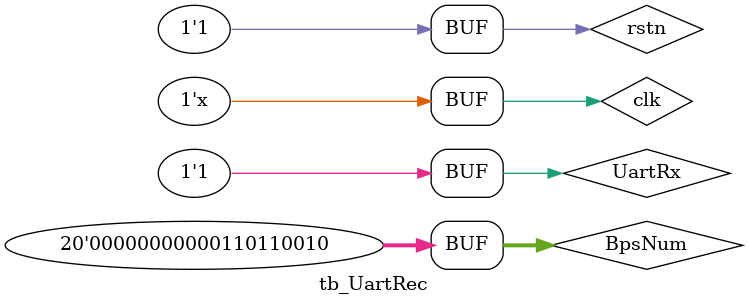
<source format=v>
`timescale 1ns / 1ps
module tb_UartRec();

reg          clk    ;
reg          rstn   ;
reg   [19:0] BpsNum ;
reg          UartRx ;
wire         done   ;
wire  [7:0]  RecData;
always#10 clk <= !clk;
initial begin
    clk    = 0;
    rstn   = 0;
    BpsNum = 434;
    UartRx = 1;
    #100;
    rstn = 1;
    #100;
    UartRx = 1;#10000;
    UartRx = 0;#8680;
    UartRx = 1;#8680;
    UartRx = 0;#8680;
    UartRx = 1;#8680;
    UartRx = 0;#8680;
    UartRx = 1;#8680;
    UartRx = 0;#8680;
    UartRx = 1;#8680;
    UartRx = 0;#8680;
    UartRx = 1;#8680;
end
UartRec UartRec(
    .clk      (clk    ),  //input             clk    ,
    .rstn     (rstn   ),  //input             rstn   ,
    .BpsNum   (BpsNum ),  //input      [19:0] BpsNum ,//²¨ÌØÂÊ¼ÆÊýÖµ
    .UartRx   (UartRx ),  //input             UartRx ,//´®¿Ú½ÓÊÕ
    .done     (done   ),  //output reg        done   ,//½ÓÊÕÍê³É
    .RecData  (RecData)   //output reg [7:0]  RecData //½ÓÊÕÊý¾Ý
);

endmodule

</source>
